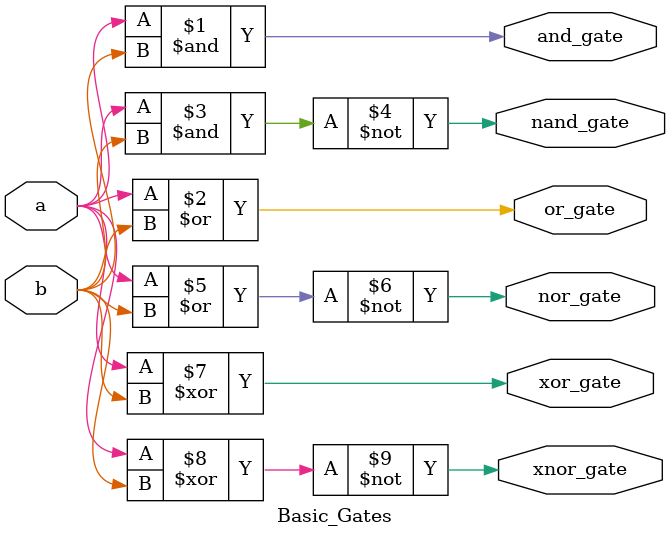
<source format=v>
`timescale 1ns / 1ps


module Basic_Gates(
    input a,
    input b,
    output and_gate,
    output or_gate,
    output nand_gate,
    output nor_gate,
    output xor_gate,
    output xnor_gate
    );
    assign and_gate=a&b;
    assign or_gate=a|b;
    assign nand_gate=~(a&b);
    assign nor_gate=~(a|b);
    assign xor_gate=a^b;
    assign xnor_gate=~(a^b);
endmodule

</source>
